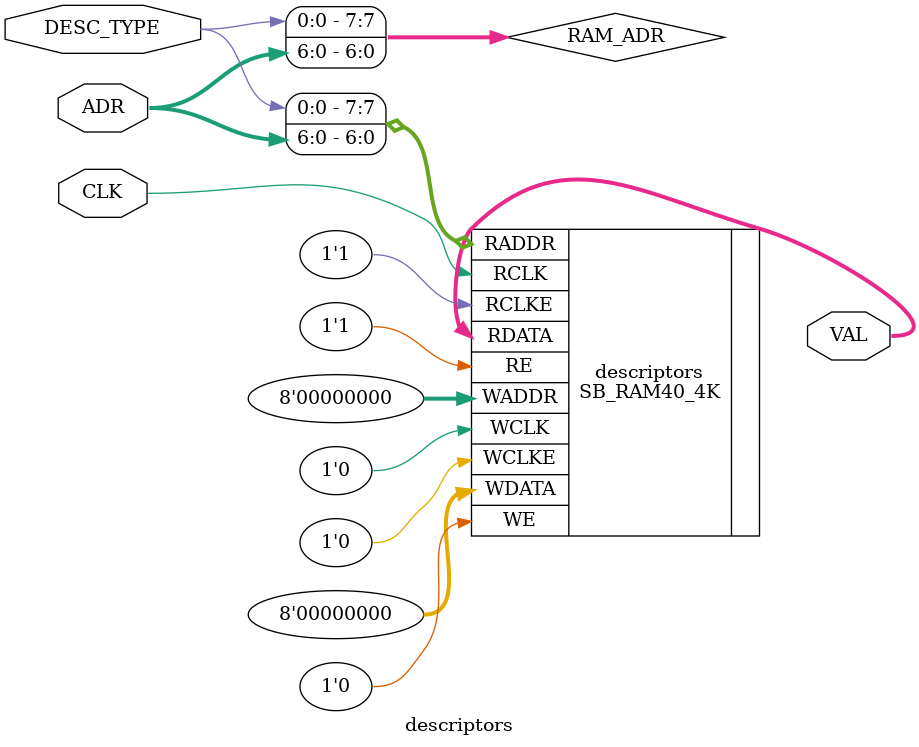
<source format=v>
module descriptors (input CLK, /*input RESET, input RD_REQUEST,*/ input /*[1:0]*/ DESC_TYPE, input [6:0] ADR, output /*reg*/ [7:0] VAL/*, input [63:0] kbd_report*/);

parameter HID_REPORT_DESC_LEN = 63;
wire [7:0] RAM_ADR;

assign RAM_ADR[6:0] = ADR[6:0];
assign RAM_ADR[7] = DESC_TYPE;
//reg [(8*30-1):0] i2c_hid_desc;// = 'h_1E_00__00_01__46_00__02_00__03_00__0A_00__04_00__03_00__05_00__06_00__9F_04__01_01__00_01__00_00_00_00;
//reg [(8*HID_REPORT_DESC_LEN-1):0] hid_report_desc;

//parameter READ_ADRESS_OFFSET = 2;

//reg last_rd_request = 0;
//reg tx_flag = 0;          //  AT POSEDGE OF RD_REQUEST DATA FROM RAM MOVES TO RAM_RD_REG, AT NEXT CLK DATA MUST BE WRITE TO VAL
//reg [6:0] real_adress;
//reg [7:0] ram_rd_t1;
//reg [7:0] ram_rd_t2;

//always @ (posedge CLK)  begin
  //if (RESET == 0) begin
    //i2c_hid_desc <= 'h_1E_00__00_01__50_00__02_00__03_00__0A_00__04_00__03_00__05_00__06_00__9F_04__01_01__00_01__00_00_00_00;
    //hid_report_desc <= 'h__05_01__09_06__A1_01__05_07__85_01___19_E0__29_E7__15_00__25_01__75_01__95_08__81_02___95_01__75_08__81_01___95_05__75_01__05_05__85_01__19_01__29_05__91_02___95_01__75_03__91_03___95_06__75_08__15_00__25_65__05_07__19_00__29_65__81_00__C0;
    //i2c_hid_desc [207:200] <= HID_REPORT_DESC_LEN[7:0];
    //i2c_hid_desc [199:192] <= HID_REPORT_DESC_LEN[15:8];
  //  last_rd_request <= 0;
  //  real_adress = 0;
  //end
//  else  begin
    /*if (tx_flag == 1) begin //  NEXT CLK AFTER POSEDGE REQUEST
      if (DESC_TYPE == 1)
        VAL <= ram_rd_t1;
      else
        VAL <= ram_rd_t2;
      tx_flag = 0;*/
    //end
  //  if ((last_rd_request == 0) && (RD_REQUEST == 1)) begin
  //    if (DESC_TYPE == 1)
  //      real_adress = ADR;
  //    else
  //      real_adress = ADR + 32;
      //if (DESC_TYPE == 1) begin
  //      tx_flag = 1;  //  WAIT NEXT CLK
/*        case (ADR)  2: VAL <= 8'h1E; 3: VAL <= 0;   //  2-3 - DESCR LEN (30),
                    4: VAL <= 0;      5: VAL <= 1;  //  4-5 - bcdVersion
                    6: VAL <= HID_REPORT_DESC_LEN[7:0]; 7: VAL <= HID_REPORT_DESC_LEN[15:8];
                    8: VAL <= 2;      9: VAL <= 0;  //  8-9 - REPORT DESC ADR
                    10: VAL <= 3;     11: VAL <= 0; //  10-11 - INPUT REG ADR
                    12: VAL <= 10;    13: VAL <= 0; //  12-13 - INPUT REG LEN
                    14: VAL <= 4;     15: VAL <= 0; //  14-15 - OUT REG ADR
                    16: VAL <= 3;     17: VAL <= 0; //  16-17 - OUT REG LEN
                    18: VAL <= 5;     19: VAL <= 0; //  18-19 - CMD REG ADR
                    20: VAL <= 6;     21: VAL <= 0; //  20-21 - DATA REG ADR
                    22: VAL <= 8'h9F; 23: VAL <= 4; //  22-23 - VENDOR ID
                    24: VAL <= 1;     25: VAL <= 1; //  24-25 - DEVICE ID
                    26: VAL <= 0;     27: VAL <= 1; //  26-27 - VERSION
                    28: VAL <= 0;     29: VAL <= 0;   30: VAL <= 0;   31: VAL <= 0; // 28-31 - RSVD
                    default: VAL <= 0;
        endcase*/

      /*end
      else if (DESC_TYPE == 2) begin
        case (ADR)  2: VAL <= 8'h05;  3: VAL <= 8'h01;
                    4: VAL <= 8'h09;  5: VAL <= 8'h06;
                    6: VAL <= 8'hA1;  7: VAL <= 8'h01;
                    8: VAL <= 8'h05;  9: VAL <= 8'h07;
                    //10: VAL <= 8'h85; 11: VAL <= 8'h01;
            //  MODIFIERS DESC
                    10: VAL <= 8'h19; 11: VAL <= 8'hE0;
                    12: VAL <= 8'h29; 13: VAL <= 8'hE7;
                    14: VAL <= 8'h15; 15: VAL <= 8'h00;
                    16: VAL <= 8'h25; 17: VAL <= 8'h01;
                    18: VAL <= 8'h75; 19: VAL <= 8'h01;
                    20: VAL <= 8'h95; 21: VAL <= 8'h08;
                    22: VAL <= 8'h81; 23: VAL <= 8'h02;
            //  RESERVED BYTE
                    24: VAL <= 8'h95; 25: VAL <= 8'h01;
                    26: VAL <= 8'h75; 27: VAL <= 8'h08;
                    28: VAL <= 8'h81; 29: VAL <= 8'h01;
            //  LEDS
                    30: VAL <= 8'h95; 31: VAL <= 8'h05;
                    32: VAL <= 8'h75; 33: VAL <= 8'h01;
                    34: VAL <= 8'h05; 35: VAL <= 8'h08;
                    36: VAL <= 8'h19; 37: VAL <= 8'h01;
                    38: VAL <= 8'h29; 39: VAL <= 8'h05;
                    40: VAL <= 8'h91; 41: VAL <= 8'h02;
            //  RESERVED 3 BITS
                    42: VAL <= 8'h95; 43: VAL <= 8'h01;
                    44: VAL <= 8'h75; 45: VAL <= 8'h03;
                    46: VAL <= 8'h91; 47: VAL <= 8'h03;
            //  SIX KEYS (NON-MODIFIERS)
                    48: VAL <= 8'h95; 49: VAL <= 8'h06;
                    50: VAL <= 8'h75; 51: VAL <= 8'h08;
                    52: VAL <= 8'h15; 53: VAL <= 8'h00;
                    54: VAL <= 8'h25; 55: VAL <= 8'h65;
                    56: VAL <= 8'h05; 57: VAL <= 8'h07;
                    58: VAL <= 8'h19; 59: VAL <= 8'h00;
                    60: VAL <= 8'h29; 61: VAL <= 8'h65;
                    62: VAL <= 8'h81; 63: VAL <= 8'h00;
            //  END COLLECTION
                    64: VAL <= 8'hC0;
                    default:  VAL <= 0;
        endcase
      end*/
      /*if (READ_TYPE == 1) begin
        if ((READ_ADRESS < READ_ADRESS_OFFSET) || (READ_ADRESS > (READ_ADRESS_OFFSET + 30 - 1)))
          VAL <= 0;
        else
          VAL <= i2c_hid_desc[ (8 * (30 - READ_ADRESS + READ_ADRESS_OFFSET - 1) + 7) : (8 * (30 - READ_ADRESS + READ_ADRESS_OFFSET - 1) + 0) ];
      end*/
      /*else if (READ_TYPE == 2)  begin
        if ((READ_ADRESS < READ_ADRESS_OFFSET) || (READ_ADRESS > (READ_ADRESS_OFFSET + HID_REPORT_DESC_LEN - 1)))
          VAL <= 0;
        else
          VAL <= hid_report_desc[ (8 * (HID_REPORT_DESC_LEN - READ_ADRESS + READ_ADRESS_OFFSET - 1) + 7) : (8 * (HID_REPORT_DESC_LEN - READ_ADRESS + READ_ADRESS_OFFSET - 1) + 0) ];
      end*/
      /*else if (READ_TYPE == 3) begin
        if ((READ_ADRESS < READ_ADRESS_OFFSET) || (READ_ADRESS > (READ_ADRESS_OFFSET + 10 - 1)))
          VAL <= 0;
        else if (READ_ADRESS == READ_ADRESS_OFFSET)
          VAL <= 10;
        else if (READ_ADRESS == (READ_ADRESS_OFFSET + 1))
          VAL <= 0;
        else
          VAL <= kbd_report[ (8 * (10 - READ_ADRESS + READ_ADRESS_OFFSET - 1) + 7) : (8 * (10 - READ_ADRESS + READ_ADRESS_OFFSET - 1) + 0) ];
      end*/
//    end
//    last_rd_request <= RD_REQUEST;
//  end
//end

/*            2: VAL <= 8'h1E; 3: VAL <= 0;   //  2-3 - DESCR LEN (30),
            4: VAL <= 0;      5: VAL <= 1;  //  4-5 - bcdVersion
            6: VAL <= HID_REPORT_DESC_LEN[7:0]; 7: VAL <= HID_REPORT_DESC_LEN[15:8];
            8: VAL <= 2;      9: VAL <= 0;  //  8-9 - REPORT DESC ADR
            10: VAL <= 3;     11: VAL <= 0; //  10-11 - INPUT REG ADR
            12: VAL <= 10;    13: VAL <= 0; //  12-13 - INPUT REG LEN
            14: VAL <= 4;     15: VAL <= 0; //  14-15 - OUT REG ADR
            16: VAL <= 3;     17: VAL <= 0; //  16-17 - OUT REG LEN
            18: VAL <= 5;     19: VAL <= 0; //  18-19 - CMD REG ADR
            20: VAL <= 6;     21: VAL <= 0; //  20-21 - DATA REG ADR
            22: VAL <= 8'h9F; 23: VAL <= 4; //  22-23 - VENDOR ID
            24: VAL <= 1;     25: VAL <= 1; //  24-25 - DEVICE ID
            26: VAL <= 0;     27: VAL <= 1; //  26-27 - VERSION
            28: VAL <= 0;     29: VAL <= 0;   30: VAL <= 0;   31: VAL <= 0; // 28-31 - RSVD
*/

SB_RAM40_4K #(
  /*.INIT_0(256'h0000_0004__0000_000A__0000_0003__0000_0002__0000_003F__0001_0000__0000_001E___0000_0000),
  .INIT_1(256'h0000_0000__0000_0000__0001_0000__0001_0001__0004_009F__0000_0006__0000_0005___0000_0003),*/
  .INIT_0(256'h0003__0000_0004__0000_000A__0000_0003__0000_0002__0000_003F__0001_0000__0000_001E___0000),
  .INIT_1(256'h0000__0000_0000__0000_0000__0001_0000__0001_0001__0004_009F__0000_0006__0000_0005___0000),
  .INIT_8(256'h0025__0000_0015__00E7_0029__00E0_0019__0007_0005__0001_00A1__0006_0009__0001_0005___0000),
  .INIT_9(256'h0075__0005_0095__0001_0081__0008_0075__0001_0095__0002_0081__0008_0095__0001_0075___0001),
  .INIT_A(256'h0095__0003_0091__0003_0075__0001_0095__0002_0091__0005_0029__0001_0019__0008_0005___0001),
  .INIT_B(256'h00C0__0000_0081__0065_0029__0000_0019__0007_0005__0065_0025__0000_0015__0008_0075___0006),
  .INIT_C(256'h0000__0000_0000__0000_0000__0000_0000__0000_0000__0000_0000__0000_0000__0000_0000___0000),
  .WRITE_MODE(1),
  .READ_MODE(1)
) descriptors (
  .RDATA(VAL),
  .RADDR(RAM_ADR/*real_adress*/),
  .RCLK(CLK),
  .RCLKE(1'b1),
  .RE(1'b1),
  .WADDR(8'b0),
  .WCLK(1'b0),
  .WCLKE(1'b0),
  .WDATA(8'b0),
  .WE(1'b0)
);
/*
SB_RAM40_4K #(
  .INIT_0(256'h0000_0004__0000_000A__0000_0003__0000_0002__0000_003F__0001_0000__0000_001E___0000_0000),
  .INIT_1(256'h0000_0000__0000_0000__0001_0000__0001_0001__0004_009F__0000_0006__0000_0005___0000_0003),
  .WRITE_MODE(1),
  .READ_MODE(1)
) i2c_hid_desc (
  .RDATA(ram_rd_t1),
  .RADDR(ADR),
  .RCLK(CLK),
  .RCLKE(1'b1),
  .RE(1'b1),
  .WADDR(8'b0),
  .WCLK(1'b0),
  .WCLKE(1'b0),
  .WDATA(8'b0),
  .WE(1'b0)
);

SB_RAM40_4K #(
  .INIT_0(256'h0000_0015__00E7_0029__00E0_0019__0007_0005__0001_00A1__0006_0009__0001_0005___0000_0000),
  .INIT_1(256'h0005_0095__0001_0081__0008_0075__0001_0095__0002_0081__0008_0095__0001_0075___0001_0025),
  .INIT_2(256'h0003_0091__0003_0075__0001_0095__0002_0091__0005_0029__0001_0019__0008_0005___0001_0075),
  .INIT_3(256'h0000_0081__0065_0029__0000_0019__0007_0005__0065_0025__0000_0015__0008_0075___0006_0095),
  .INIT_4(256'h0000_0000__0000_0000__0000_0000__0000_0000__0000_0000__0000_0000__0000_0000___0000_00C0),
  .WRITE_MODE(1),
  .READ_MODE(1)
) hid_report_desc (
  .RDATA(ram_rd_t2),
  .RADDR(ADR),
  .RCLK(CLK),
  .RCLKE(1'b1),
  .RE(1'b1),
  .WADDR(8'b0),
  .WCLK(1'b0),
  .WCLKE(1'b0),
  .WDATA(8'b0),
  .WE(1'b0)
);*/

endmodule

//static const uint8 hid_descriptor_keyboard[] = {
//****/ 0x05, 0x01,     /* USAGE_PAGE (Generic Desktop) */          2
//****/ 0x09, 0x06,     /* USAGE (Keyboard) */                      4
//****/ 0xa1, 0x01,     /* COLLECTION (Application) */              6
//******/ 0x05, 0x07,   /*   USAGE_PAGE (Keyboard) */               8
//******/ 0x85, 0x01,   /*   REPORT_ID (1) */                       10
  /* Ctrl, Shift and other modifier keys, 8 in total */
//******/ 0x19, 0xe0,   /*   USAGE_MINIMUM (kbd LeftControl) */     12
//******/ 0x29, 0xe7,   /*   USAGE_MAXIMUM (kbd Right GUI) */       14
//******/ 0x15, 0x00,   /*   LOGICAL_MINIMUM (0) */                 16
//******/ 0x25, 0x01,   /*   LOGICAL_MAXIMUM (1) */                 18
//******/ 0x75, 0x01,   /*   REPORT_SIZE (1) */                     20
//******/ 0x95, 0x08,   /*   REPORT_COUNT (8) */                    22
//******/ 0x81, 0x02,   /*   INPUT (Data,Var,Abs) */                24
/* Reserved byte */
//******/ 0x95, 0x01,   /*   REPORT_COUNT (1) */                    26
  //******/ 0x75, 0x08,   /*   REPORT_SIZE (8) */                   28
//******/ 0x81, 0x01,   /*   INPUT (Cnst,Ary,Abs) */                30
/* LEDs for num lock etc */
//******/ 0x95, 0x05,   /*   REPORT_COUNT (5) */                    32
//******/ 0x75, 0x01,   /*   REPORT_SIZE (1) */                     34
//******/ 0x05, 0x08,   /*   USAGE_PAGE (LEDs) */                   36
//******/ 0x85, 0x01,   /*   REPORT_ID (1) */                       38
//******/ 0x19, 0x01,   /*   USAGE_MINIMUM (Num Lock) */            40
//******/ 0x29, 0x05,   /*   USAGE_MAXIMUM (Kana) */                42
//******/ 0x91, 0x02,   /*   OUTPUT (Data,Var,Abs) */               44
  /* Reserved 3 bits */
//******/ 0x95, 0x01,   /*   REPORT_COUNT (1) */                    46
//******/ 0x75, 0x03,   /*   REPORT_SIZE (3) */                     48
//******/ 0x91, 0x03,   /*   OUTPUT (Cnst,Var,Abs) */               50
/* Slots for 6 keys that can be pressed down at the same time */
//******/ 0x95, 0x06,   /*   REPORT_COUNT (6) */                    52
//******/ 0x75, 0x08,   /*   REPORT_SIZE (8) */                     54
//******/ 0x15, 0x00,   /*   LOGICAL_MINIMUM (0) */                 56
//******/ 0x25, 0x65,   /*   LOGICAL_MAXIMUM (101) */Bluegiga Technologies Oy 58
  //******/ 0x05, 0x07,   /*   USAGE_PAGE (Keyboard) */             60
//******/ 0x19, 0x00,   /*   USAGE_MINIMUM (Reserved (no event indicated)) */ 62
//******/ 0x29, 0x65,   /*   USAGE_MAXIMUM (Keyboard Application) */          64
//******/ 0x81, 0x00,   /*   INPUT (Data,Ary,Abs) */                          66
//****/ 0xc0 }                                                                67

</source>
